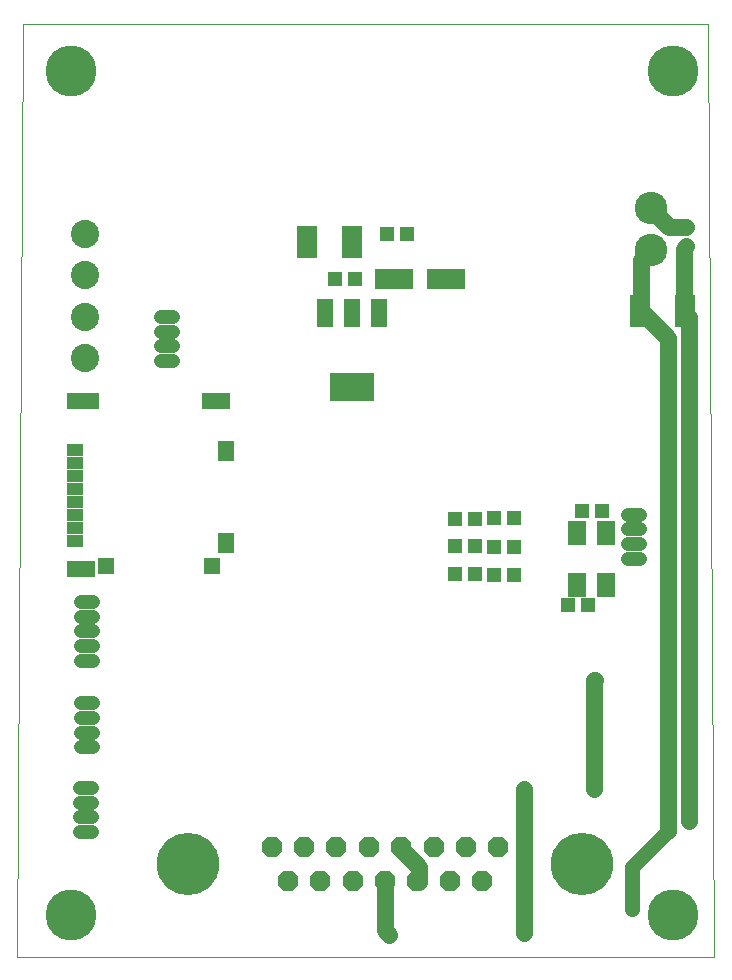
<source format=gbs>
G75*
%MOIN*%
%OFA0B0*%
%FSLAX25Y25*%
%IPPOS*%
%LPD*%
%AMOC8*
5,1,8,0,0,1.08239X$1,22.5*
%
%ADD10C,0.00000*%
%ADD11C,0.05500*%
%ADD12C,0.05000*%
%ADD13R,0.05131X0.04737*%
%ADD14R,0.12611X0.07099*%
%ADD15R,0.05600X0.09600*%
%ADD16R,0.14973X0.09461*%
%ADD17R,0.06312X0.08280*%
%ADD18C,0.10800*%
%ADD19C,0.04769*%
%ADD20OC8,0.06800*%
%ADD21C,0.20800*%
%ADD22R,0.06800X0.10800*%
%ADD23C,0.09400*%
%ADD24R,0.03950X0.03162*%
%ADD25R,0.05682X0.03950*%
%ADD26R,0.10643X0.05328*%
%ADD27R,0.09461X0.05328*%
%ADD28R,0.05328X0.06706*%
%ADD29R,0.05524X0.05367*%
%ADD30R,0.05721X0.05367*%
%ADD31R,0.09461X0.05209*%
%ADD32C,0.17005*%
D10*
X0005969Y0001000D02*
X0007937Y0312024D01*
X0236283Y0312024D01*
X0238252Y0001000D01*
X0005969Y0001000D01*
D11*
X0128435Y0009811D02*
X0129935Y0008311D01*
X0128435Y0009811D02*
X0128435Y0026061D01*
X0133685Y0036811D02*
X0139685Y0030811D01*
X0139685Y0025811D01*
X0174685Y0008811D02*
X0174685Y0056811D01*
X0198185Y0056811D02*
X0198185Y0093061D01*
X0198435Y0093311D01*
X0229685Y0046311D02*
X0229685Y0214311D01*
X0228185Y0214311D01*
X0228185Y0236811D01*
X0228685Y0237811D01*
X0228685Y0244311D02*
X0223185Y0244311D01*
X0217185Y0250311D01*
X0217185Y0236811D02*
X0217685Y0236811D01*
X0217185Y0236811D02*
X0213685Y0233311D01*
X0213685Y0216311D01*
X0222685Y0207311D01*
X0222685Y0042811D01*
D12*
X0223185Y0043311D02*
X0210685Y0030811D01*
X0210685Y0016811D01*
D13*
X0196252Y0118335D03*
X0189559Y0118335D03*
X0171587Y0128346D03*
X0171535Y0137591D03*
X0164843Y0137591D03*
X0158654Y0137846D03*
X0158559Y0128469D03*
X0164894Y0128346D03*
X0151866Y0128469D03*
X0151961Y0137846D03*
X0151961Y0146909D03*
X0158654Y0146909D03*
X0164965Y0147059D03*
X0171657Y0147059D03*
X0194059Y0149709D03*
X0200752Y0149709D03*
X0135870Y0241748D03*
X0129177Y0241748D03*
X0118370Y0226748D03*
X0111677Y0226748D03*
D14*
X0131362Y0226748D03*
X0148685Y0226748D03*
D15*
X0126624Y0215448D03*
X0117524Y0215448D03*
X0108424Y0215448D03*
D16*
X0117524Y0191047D03*
D17*
X0192551Y0142189D03*
X0202000Y0142189D03*
X0202000Y0124866D03*
X0192551Y0124866D03*
D18*
X0217311Y0236673D03*
X0217311Y0250453D03*
D19*
X0213618Y0148323D02*
X0209650Y0148323D01*
X0209650Y0143402D02*
X0213618Y0143402D01*
X0213618Y0138480D02*
X0209650Y0138480D01*
X0209650Y0133559D02*
X0213618Y0133559D01*
X0057854Y0199500D02*
X0053886Y0199500D01*
X0053886Y0204421D02*
X0057854Y0204421D01*
X0057854Y0209343D02*
X0053886Y0209343D01*
X0053886Y0214264D02*
X0057854Y0214264D01*
X0031154Y0119283D02*
X0027185Y0119283D01*
X0027185Y0114362D02*
X0031154Y0114362D01*
X0031154Y0109441D02*
X0027185Y0109441D01*
X0027185Y0104520D02*
X0031154Y0104520D01*
X0031154Y0099598D02*
X0027185Y0099598D01*
X0027079Y0085539D02*
X0031047Y0085539D01*
X0031047Y0080618D02*
X0027079Y0080618D01*
X0027079Y0075697D02*
X0031047Y0075697D01*
X0031047Y0070776D02*
X0027079Y0070776D01*
X0026984Y0057307D02*
X0030953Y0057307D01*
X0030953Y0052386D02*
X0026984Y0052386D01*
X0026984Y0047465D02*
X0030953Y0047465D01*
X0030953Y0042543D02*
X0026984Y0042543D01*
D20*
X0090700Y0037411D03*
X0096100Y0026211D03*
X0101500Y0037411D03*
X0112300Y0037411D03*
X0123100Y0037411D03*
X0117700Y0026211D03*
X0106900Y0026211D03*
X0128500Y0026211D03*
X0139300Y0026211D03*
X0150100Y0026211D03*
X0144700Y0037411D03*
X0133900Y0037411D03*
X0155500Y0037411D03*
X0160900Y0026211D03*
X0166300Y0037411D03*
D21*
X0194100Y0031811D03*
X0062900Y0031811D03*
D22*
X0213508Y0216358D03*
X0228508Y0216358D03*
X0117524Y0239248D03*
X0102524Y0239248D03*
D23*
X0028622Y0241850D03*
X0028622Y0228071D03*
X0028622Y0214291D03*
X0028622Y0200512D03*
D24*
X0228409Y0238008D03*
X0228409Y0244307D03*
D25*
X0025205Y0169835D03*
X0025205Y0165504D03*
X0025205Y0161173D03*
X0025205Y0156843D03*
X0025205Y0152512D03*
X0025205Y0148181D03*
X0025205Y0143850D03*
X0025205Y0139520D03*
D26*
X0027685Y0186311D03*
D27*
X0072291Y0186350D03*
D28*
X0075421Y0169598D03*
X0075421Y0138969D03*
D29*
X0070992Y0131094D03*
D30*
X0035559Y0131094D03*
D31*
X0027094Y0130287D03*
D32*
X0023685Y0014780D03*
X0224472Y0014780D03*
X0224472Y0296276D03*
X0023685Y0296276D03*
M02*

</source>
